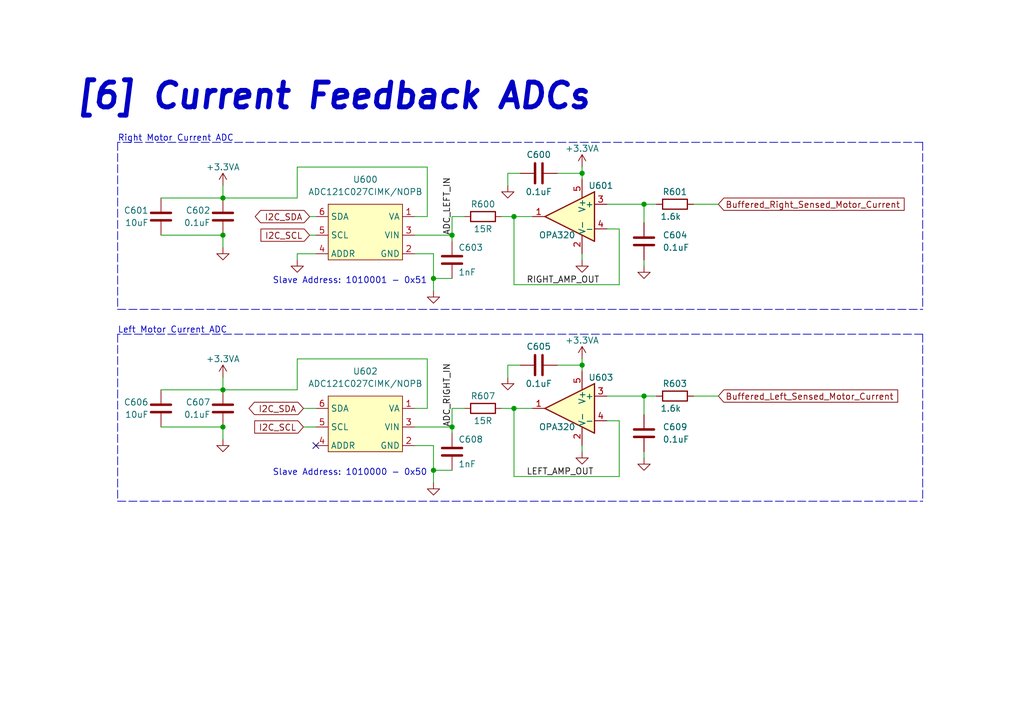
<source format=kicad_sch>
(kicad_sch (version 20231120) (generator "eeschema") (generator_version "8.0")
  (paper "A5")
  (lib_symbols
    (symbol "ADC121C027CIMK/NOPB_1"
      (property "Reference" "U" (at 0 0 0))
      (property "Value" "ADC121C027CIMK{slash}NOPB_1" (at 0 -13.97 0))
      (symbol "ADC121C027CIMK/NOPB_1_0_0"
        (pin power_in line (at -10.16 -3.81 0) (length 2.54) (name "VA") (number "1"))
        (pin power_in line (at -10.16 -11.43 0) (length 2.54) (name "GND") (number "2"))
        (pin input line (at -10.16 -7.62 0) (length 2.54) (name "VIN") (number "3"))
        (pin input line (at 10.16 -11.43 180) (length 2.54) (name "ADDR") (number "4"))
        (pin input line (at 10.16 -7.62 180) (length 2.54) (name "SCL") (number "5"))
        (pin bidirectional line (at 10.16 -3.81 180) (length 2.54) (name "SDA") (number "6"))
      )
      (symbol "ADC121C027CIMK/NOPB_1_0_1"
        (rectangle (start -7.62 -1.27) (end 7.62 -12.7) (fill (type background)))
      )
    )
    (symbol "Amplifier_Operational:OPA330xxDBV" (pin_names (offset 0.127))
      (property "Reference" "U" (at -1.27 6.35 0))
      (property "Value" "OPA330xxDBV" (at -1.27 3.81 0))
      (symbol "OPA330xxDBV_0_1"
        (polyline (pts (xy -5.08 5.08) (xy 5.08 0) (xy -5.08 -5.08) (xy -5.08 5.08)) (stroke (width 0.254)) (fill (type background)))
        (pin power_in line (at -2.54 -7.62 90) (length 3.81) (name "V-") (number "2"))
        (pin power_in line (at -2.54 7.62 270) (length 3.81) (name "V+") (number "5"))
      )
      (symbol "OPA330xxDBV_1_1"
        (pin output line (at 7.62 0 180) (length 2.54) (name "~") (number "1"))
        (pin input line (at -7.62 2.54 0) (length 2.54) (name "+") (number "3"))
        (pin input line (at -7.62 -2.54 0) (length 2.54) (name "-") (number "4"))
      )
    )
    (symbol "Device:C" (pin_numbers hide) (pin_names (offset 0.254))
      (property "Reference" "C" (at 0.635 2.54 0))
      (property "Value" "C" (at 0.635 -2.54 0))
      (symbol "C_0_1"
        (polyline (pts (xy -2.032 -0.762) (xy 2.032 -0.762)) (stroke (width 0.508)))
        (polyline (pts (xy -2.032 0.762) (xy 2.032 0.762)) (stroke (width 0.508)))
      )
      (symbol "C_1_1"
        (pin passive line (at 0 3.81 270) (length 2.794) (name "~") (number "1"))
        (pin passive line (at 0 -3.81 90) (length 2.794) (name "~") (number "2"))
      )
    )
    (symbol "Device:R" (pin_numbers hide) (pin_names (offset 0))
      (property "Reference" "R" (at 2.032 0 90))
      (property "Value" "R" (at 0 0 90))
      (symbol "R_0_1"
        (rectangle (start -1.016 -2.54) (end 1.016 2.54) (stroke (width 0.254)))
      )
      (symbol "R_1_1"
        (pin passive line (at 0 3.81 270) (length 1.27) (name "~") (number "1"))
        (pin passive line (at 0 -3.81 90) (length 1.27) (name "~") (number "2"))
      )
    )
    (symbol "power:+3.3VA" (power) (pin_names (offset 0))
      (property "Value" "+3.3VA" (at 0 3.556 0))
      (symbol "+3.3VA_0_1"
        (polyline (pts (xy -0.762 1.27) (xy 0 2.54)))
        (polyline (pts (xy 0 0) (xy 0 2.54)))
        (polyline (pts (xy 0 2.54) (xy 0.762 1.27)))
      )
      (symbol "+3.3VA_1_1"
        (pin power_in line (at 0 0 90) (length 0) hide (name "+3.3VA") (number "1"))
      )
    )
    (symbol "power:GND" (power) (pin_names (offset 0))
      (property "Value" "GND" (at 0 -3.81 0))
      (symbol "GND_0_1"
        (polyline (pts (xy 0 0) (xy 0 -1.27) (xy 1.27 -1.27) (xy 0 -2.54) (xy -1.27 -1.27) (xy 0 -1.27)))
      )
      (symbol "GND_1_1"
        (pin power_in line (at 0 0 270) (length 0) hide (name "GND") (number "1"))
      )
    )
  )
  (junction (at 45.72 48.26))
  (junction (at 45.72 87.63))
  (junction (at 45.72 40.64))
  (junction (at 88.9 96.52))
  (junction (at 119.38 35.56))
  (junction (at 92.71 48.26))
  (junction (at 92.71 87.63))
  (junction (at 119.38 74.93))
  (junction (at 105.41 44.45))
  (junction (at 45.72 80.01))
  (junction (at 132.08 81.28))
  (junction (at 88.9 57.15))
  (junction (at 132.08 41.91))
  (junction (at 105.41 83.82))
  (no_connect (at 64.77 91.44))
  (wire (pts (xy 119.38 91.44) (xy 119.38 92.71)))
  (wire (pts (xy 85.09 91.44) (xy 88.9 91.44)))
  (wire (pts (xy 127 46.99) (xy 127 58.42)))
  (polyline (pts (xy 189.23 68.58) (xy 24.13 68.58)) (stroke (width 0) (type dash)))
  (polyline (pts (xy 189.23 29.21) (xy 189.23 63.5)) (stroke (width 0) (type dash)))
  (wire (pts (xy 92.71 48.26) (xy 85.09 48.26)))
  (wire (pts (xy 64.77 52.07) (xy 60.96 52.07)))
  (wire (pts (xy 105.41 44.45) (xy 109.22 44.45)))
  (wire (pts (xy 64.77 44.45) (xy 63.5 44.45)))
  (polyline (pts (xy 24.13 68.58) (xy 24.13 102.87)) (stroke (width 0) (type dash)))
  (wire (pts (xy 119.38 73.66) (xy 119.38 74.93)))
  (wire (pts (xy 33.02 87.63) (xy 45.72 87.63)))
  (wire (pts (xy 102.87 44.45) (xy 105.41 44.45)))
  (wire (pts (xy 102.87 83.82) (xy 105.41 83.82)))
  (wire (pts (xy 45.72 38.1) (xy 45.72 40.64)))
  (wire (pts (xy 119.38 35.56) (xy 119.38 36.83)))
  (wire (pts (xy 88.9 57.15) (xy 92.71 57.15)))
  (wire (pts (xy 95.25 44.45) (xy 92.71 44.45)))
  (wire (pts (xy 64.77 87.63) (xy 62.23 87.63)))
  (polyline (pts (xy 189.23 29.21) (xy 24.13 29.21)) (stroke (width 0) (type dash)))
  (wire (pts (xy 60.96 52.07) (xy 60.96 53.34)))
  (wire (pts (xy 104.14 35.56) (xy 104.14 38.1)))
  (polyline (pts (xy 24.13 63.5) (xy 189.23 63.5)) (stroke (width 0) (type dash)))
  (wire (pts (xy 33.02 40.64) (xy 45.72 40.64)))
  (wire (pts (xy 132.08 81.28) (xy 134.62 81.28)))
  (wire (pts (xy 85.09 52.07) (xy 88.9 52.07)))
  (wire (pts (xy 127 58.42) (xy 105.41 58.42)))
  (wire (pts (xy 114.3 35.56) (xy 119.38 35.56)))
  (wire (pts (xy 85.09 44.45) (xy 87.63 44.45)))
  (wire (pts (xy 104.14 74.93) (xy 104.14 77.47)))
  (wire (pts (xy 45.72 40.64) (xy 60.96 40.64)))
  (wire (pts (xy 132.08 92.71) (xy 132.08 93.98)))
  (polyline (pts (xy 24.13 29.21) (xy 24.13 63.5)) (stroke (width 0) (type dash)))
  (wire (pts (xy 85.09 83.82) (xy 87.63 83.82)))
  (wire (pts (xy 60.96 34.29) (xy 60.96 40.64)))
  (wire (pts (xy 132.08 85.09) (xy 132.08 81.28)))
  (polyline (pts (xy 189.23 68.58) (xy 189.23 102.87)) (stroke (width 0) (type dash)))
  (wire (pts (xy 88.9 52.07) (xy 88.9 57.15)))
  (wire (pts (xy 92.71 48.26) (xy 92.71 49.53)))
  (wire (pts (xy 45.72 87.63) (xy 45.72 90.17)))
  (wire (pts (xy 87.63 44.45) (xy 87.63 34.29)))
  (wire (pts (xy 106.68 35.56) (xy 104.14 35.56)))
  (wire (pts (xy 132.08 53.34) (xy 132.08 54.61)))
  (wire (pts (xy 88.9 57.15) (xy 88.9 59.69)))
  (wire (pts (xy 124.46 81.28) (xy 132.08 81.28)))
  (wire (pts (xy 132.08 41.91) (xy 134.62 41.91)))
  (wire (pts (xy 33.02 48.26) (xy 45.72 48.26)))
  (wire (pts (xy 88.9 91.44) (xy 88.9 96.52)))
  (wire (pts (xy 119.38 74.93) (xy 119.38 76.2)))
  (wire (pts (xy 92.71 87.63) (xy 85.09 87.63)))
  (wire (pts (xy 92.71 83.82) (xy 92.71 87.63)))
  (wire (pts (xy 64.77 83.82) (xy 62.23 83.82)))
  (wire (pts (xy 106.68 74.93) (xy 104.14 74.93)))
  (wire (pts (xy 87.63 73.66) (xy 60.96 73.66)))
  (wire (pts (xy 88.9 96.52) (xy 92.71 96.52)))
  (polyline (pts (xy 24.13 102.87) (xy 189.23 102.87)) (stroke (width 0) (type dash)))
  (wire (pts (xy 124.46 46.99) (xy 127 46.99)))
  (wire (pts (xy 127 97.79) (xy 105.41 97.79)))
  (wire (pts (xy 87.63 34.29) (xy 60.96 34.29)))
  (wire (pts (xy 105.41 97.79) (xy 105.41 83.82)))
  (wire (pts (xy 95.25 83.82) (xy 92.71 83.82)))
  (wire (pts (xy 142.24 41.91) (xy 147.32 41.91)))
  (wire (pts (xy 132.08 45.72) (xy 132.08 41.91)))
  (wire (pts (xy 60.96 73.66) (xy 60.96 80.01)))
  (wire (pts (xy 105.41 83.82) (xy 109.22 83.82)))
  (wire (pts (xy 119.38 34.29) (xy 119.38 35.56)))
  (wire (pts (xy 92.71 44.45) (xy 92.71 48.26)))
  (wire (pts (xy 64.77 48.26) (xy 63.5 48.26)))
  (wire (pts (xy 45.72 77.47) (xy 45.72 80.01)))
  (wire (pts (xy 124.46 41.91) (xy 132.08 41.91)))
  (wire (pts (xy 124.46 86.36) (xy 127 86.36)))
  (wire (pts (xy 105.41 58.42) (xy 105.41 44.45)))
  (wire (pts (xy 114.3 74.93) (xy 119.38 74.93)))
  (wire (pts (xy 87.63 83.82) (xy 87.63 73.66)))
  (wire (pts (xy 127 86.36) (xy 127 97.79)))
  (wire (pts (xy 119.38 52.07) (xy 119.38 53.34)))
  (wire (pts (xy 142.24 81.28) (xy 147.32 81.28)))
  (wire (pts (xy 88.9 96.52) (xy 88.9 99.06)))
  (wire (pts (xy 33.02 80.01) (xy 45.72 80.01)))
  (wire (pts (xy 45.72 80.01) (xy 60.96 80.01)))
  (wire (pts (xy 92.71 87.63) (xy 92.71 88.9)))
  (wire (pts (xy 45.72 48.26) (xy 45.72 50.8)))
  (text "Right Motor Current ADC" (at 24.13 29.21 0) (effects (font (size 1.27 1.27)) (justify left bottom)))
  (text "Left Motor Current ADC" (at 24.13 68.58 0) (effects (font (size 1.27 1.27)) (justify left bottom)))
  (text "Slave Address: 1010001 - 0x51" (at 55.88 58.42 0) (effects (font (size 1.27 1.27)) (justify left bottom)))
  (text "[6] Current Feedback ADCs" (at 15.24 22.86 0) (effects (font (size 5.08 5.08) (thickness 1.016) (bold yes) (italic yes)) (justify left bottom)))
  (text "Slave Address: 1010000 - 0x50" (at 55.88 97.79 0) (effects (font (size 1.27 1.27)) (justify left bottom)))
  (label "LEFT_AMP_OUT" (at 107.95 97.79 0))
  (label "RIGHT_AMP_OUT" (at 107.95 58.42 0))
  (label "ADC_RIGHT_IN" (at 92.71 87.63 90))
  (label "ADC_LEFT_IN" (at 92.71 48.26 90))
  (global_label "I2C_SCL" (shape input) (at 63.5 48.26 180) (property "Intersheetrefs" "${INTERSHEET_REFS}" (effects (hide yes))))
  (global_label "I2C_SDA" (shape bidirectional) (at 62.23 83.82 180) (property "Intersheetrefs" "${INTERSHEET_REFS}" (effects (hide yes))))
  (global_label "Buffered_Right_Sensed_Motor_Current" (shape input) (at 147.32 41.91 0) (property "Intersheetrefs" "${INTERSHEET_REFS}" (effects (hide yes))))
  (global_label "Buffered_Left_Sensed_Motor_Current" (shape input) (at 147.32 81.28 0) (property "Intersheetrefs" "${INTERSHEET_REFS}" (effects (hide yes))))
  (global_label "I2C_SCL" (shape input) (at 62.23 87.63 180) (property "Intersheetrefs" "${INTERSHEET_REFS}" (effects (hide yes))))
  (global_label "I2C_SDA" (shape bidirectional) (at 63.5 44.45 180) (property "Intersheetrefs" "${INTERSHEET_REFS}" (effects (hide yes))))
  (symbol (lib_id "power:GND") (at 119.38 92.71 0) (unit 1)
    (property "Reference" "#PWR0193" (effects (hide yes)))
    (property "Value" "GND" (effects (hide yes)))
  )
  (symbol (lib_id "Device:R") (at 138.43 41.91 90) (unit 1)
    (property "Reference" "R601" (at 140.97 39.37 90) (effects (justify left)))
    (property "Value" "1.6k" (at 139.7 44.45 90) (effects (justify left)))
    (property "Footprint" "Resistor_SMD:R_0603_1608Metric" (effects (hide yes)))
  )
  (symbol (lib_id "power:GND") (at 88.9 99.06 0) (mirror y) (unit 1)
    (property "Reference" "#PWR0199" (effects (hide yes)))
    (property "Value" "GND" (effects (hide yes)))
  )
  (symbol (lib_id "Device:C") (at 45.72 44.45 0) (mirror y) (unit 1)
    (property "Reference" "C602" (at 43.18 43.18 0) (effects (justify left)))
    (property "Value" "0.1uF" (at 43.18 45.72 0) (effects (justify left)))
    (property "Footprint" "Capacitor_SMD:C_0402_1005Metric" (effects (hide yes)))
  )
  (symbol (lib_id "Device:C") (at 132.08 88.9 180) (unit 1)
    (property "Reference" "C609" (at 135.89 87.6299 0) (effects (justify right)))
    (property "Value" "0.1uF" (at 135.89 90.1699 0) (effects (justify right)))
    (property "Footprint" "Capacitor_SMD:C_0603_1608Metric" (effects (hide yes)))
  )
  (symbol (lib_id "power:GND") (at 104.14 77.47 0) (mirror y) (unit 1)
    (property "Reference" "#PWR0192" (effects (hide yes)))
    (property "Value" "GND" (effects (hide yes)))
  )
  (symbol (lib_id "Amplifier_Operational:OPA330xxDBV") (at 116.84 44.45 0) (mirror y) (unit 1)
    (property "Reference" "U601" (at 120.65 38.1 0) (effects (justify right)))
    (property "Value" "OPA320" (at 110.49 48.26 0) (effects (justify right)))
    (property "Footprint" "Package_TO_SOT_SMD:SOT-23-5" (effects (hide yes)))
    (property "Datasheet" "http://www.ti.com/lit/ds/symlink/opa330.pdf" (effects (hide yes)))
  )
  (symbol (lib_id "Device:C") (at 110.49 35.56 90) (unit 1)
    (property "Reference" "C600" (at 110.49 31.75 90))
    (property "Value" "0.1uF" (at 110.49 39.37 90))
    (property "Footprint" "Capacitor_SMD:C_0402_1005Metric" (effects (hide yes)))
  )
  (symbol (lib_id "power:+3.3VA") (at 119.38 73.66 0) (unit 1)
    (property "Reference" "#PWR0191" (effects (hide yes)))
    (property "Value" "+3.3VA" (at 119.38 69.85 0))
  )
  (symbol (lib_id "Device:C") (at 110.49 74.93 90) (unit 1)
    (property "Reference" "C605" (at 110.49 71.12 90))
    (property "Value" "0.1uF" (at 110.49 78.74 90))
    (property "Footprint" "Capacitor_SMD:C_0402_1005Metric" (effects (hide yes)))
  )
  (symbol (lib_id "Device:C") (at 33.02 44.45 0) (mirror y) (unit 1)
    (property "Reference" "C601" (at 30.48 43.18 0) (effects (justify left)))
    (property "Value" "10uF" (at 30.48 45.72 0) (effects (justify left)))
    (property "Footprint" "Capacitor_SMD:C_0402_1005Metric" (effects (hide yes)))
  )
  (symbol (lib_id "power:GND") (at 45.72 90.17 0) (mirror y) (unit 1)
    (property "Reference" "#PWR0186" (effects (hide yes)))
    (property "Value" "GND" (effects (hide yes)))
  )
  (symbol (lib_id "power:GND") (at 45.72 50.8 0) (mirror y) (unit 1)
    (property "Reference" "#PWR0188" (effects (hide yes)))
    (property "Value" "GND" (effects (hide yes)))
  )
  (symbol (lib_id "power:+3.3VA") (at 45.72 38.1 0) (unit 1)
    (property "Reference" "#PWR0197" (effects (hide yes)))
    (property "Value" "+3.3VA" (at 45.72 34.29 0))
  )
  (symbol (lib_id "Device:C") (at 92.71 92.71 0) (unit 1)
    (property "Reference" "C608" (at 93.98 90.17 0) (effects (justify left)))
    (property "Value" "1nF" (at 93.98 95.25 0) (effects (justify left)))
    (property "Footprint" "Capacitor_SMD:C_0402_1005Metric" (effects (hide yes)))
  )
  (symbol (lib_id "power:+3.3VA") (at 45.72 77.47 0) (unit 1)
    (property "Reference" "#PWR0187" (effects (hide yes)))
    (property "Value" "+3.3VA" (at 45.72 73.66 0))
  )
  (symbol (lib_id "power:GND") (at 88.9 59.69 0) (mirror y) (unit 1)
    (property "Reference" "#PWR0200" (effects (hide yes)))
    (property "Value" "GND" (effects (hide yes)))
  )
  (symbol (lib_id "power:GND") (at 132.08 93.98 0) (unit 1)
    (property "Reference" "#PWR0198" (effects (hide yes)))
    (property "Value" "GND" (effects (hide yes)))
  )
  (symbol (lib_id "Device:R") (at 99.06 44.45 90) (unit 1)
    (property "Reference" "R600" (at 99.06 41.91 90))
    (property "Value" "15R" (at 99.06 46.99 90))
    (property "Footprint" "Resistor_SMD:R_0402_1005Metric" (effects (hide yes)))
  )
  (symbol (lib_id "power:GND") (at 132.08 54.61 0) (unit 1)
    (property "Reference" "#PWR0196" (effects (hide yes)))
    (property "Value" "GND" (effects (hide yes)))
  )
  (symbol (lib_id "Device:C") (at 92.71 53.34 0) (unit 1)
    (property "Reference" "C603" (at 93.98 50.8 0) (effects (justify left)))
    (property "Value" "1nF" (at 93.98 55.88 0) (effects (justify left)))
    (property "Footprint" "Capacitor_SMD:C_0402_1005Metric" (effects (hide yes)))
  )
  (symbol (lib_id "power:GND") (at 60.96 53.34 0) (unit 1)
    (property "Reference" "#PWR0189" (effects (hide yes)))
    (property "Value" "GND" (effects (hide yes)))
  )
  (symbol (lib_id "power:+3.3VA") (at 119.38 34.29 0) (unit 1)
    (property "Reference" "#PWR0195" (effects (hide yes)))
    (property "Value" "+3.3VA" (at 119.38 30.48 0))
  )
  (symbol (lib_id "Device:C") (at 33.02 83.82 0) (mirror y) (unit 1)
    (property "Reference" "C606" (at 30.48 82.55 0) (effects (justify left)))
    (property "Value" "10uF" (at 30.48 85.09 0) (effects (justify left)))
    (property "Footprint" "Capacitor_SMD:C_0402_1005Metric" (effects (hide yes)))
  )
  (symbol (lib_id "Device:C") (at 45.72 83.82 0) (mirror y) (unit 1)
    (property "Reference" "C607" (at 43.18 82.55 0) (effects (justify left)))
    (property "Value" "0.1uF" (at 43.18 85.09 0) (effects (justify left)))
    (property "Footprint" "Capacitor_SMD:C_0402_1005Metric" (effects (hide yes)))
  )
  (symbol (lib_id "power:GND") (at 119.38 53.34 0) (unit 1)
    (property "Reference" "#PWR0190" (effects (hide yes)))
    (property "Value" "GND" (effects (hide yes)))
  )
  (symbol (lib_id "Device:R") (at 138.43 81.28 90) (unit 1)
    (property "Reference" "R603" (at 140.97 78.74 90) (effects (justify left)))
    (property "Value" "1.6k" (at 139.7 83.82 90) (effects (justify left)))
    (property "Footprint" "Resistor_SMD:R_0603_1608Metric" (effects (hide yes)))
  )
  (symbol (lib_name "ADC121C027CIMK/NOPB_1") (lib_id "Ghanis_Symbols_KiCad6:ADC121C027CIMK/NOPB") (at 74.93 40.64 0) (mirror y) (unit 1)
    (property "Reference" "U600" (at 74.93 36.83 0))
    (property "Value" "ADC121C027CIMK/NOPB" (at 74.93 39.37 0))
    (property "Footprint" "Package_TO_SOT_SMD:TSOT-23-6" (effects (hide yes)))
  )
  (symbol (lib_id "Amplifier_Operational:OPA330xxDBV") (at 116.84 83.82 0) (mirror y) (unit 1)
    (property "Reference" "U603" (at 120.65 77.47 0) (effects (justify right)))
    (property "Value" "OPA320" (at 110.49 87.63 0) (effects (justify right)))
    (property "Footprint" "Package_TO_SOT_SMD:SOT-23-5" (effects (hide yes)))
    (property "Datasheet" "http://www.ti.com/lit/ds/symlink/opa330.pdf" (effects (hide yes)))
  )
  (symbol (lib_id "Device:C") (at 132.08 49.53 180) (unit 1)
    (property "Reference" "C604" (at 135.89 48.2599 0) (effects (justify right)))
    (property "Value" "0.1uF" (at 135.89 50.7999 0) (effects (justify right)))
    (property "Footprint" "Capacitor_SMD:C_0603_1608Metric" (effects (hide yes)))
  )
  (symbol (lib_id "Device:R") (at 99.06 83.82 90) (unit 1)
    (property "Reference" "R607" (at 99.06 81.28 90))
    (property "Value" "15R" (at 99.06 86.36 90))
    (property "Footprint" "Resistor_SMD:R_0402_1005Metric" (effects (hide yes)))
  )
  (symbol (lib_id "power:GND") (at 104.14 38.1 0) (mirror y) (unit 1)
    (property "Reference" "#PWR0194" (effects (hide yes)))
    (property "Value" "GND" (effects (hide yes)))
  )
  (symbol (lib_name "ADC121C027CIMK/NOPB_1") (lib_id "Ghanis_Symbols_KiCad6:ADC121C027CIMK/NOPB") (at 74.93 80.01 0) (mirror y) (unit 1)
    (property "Reference" "U602" (at 74.93 76.2 0))
    (property "Value" "ADC121C027CIMK/NOPB" (at 74.93 78.74 0))
    (property "Footprint" "Package_TO_SOT_SMD:TSOT-23-6" (effects (hide yes)))
  )
)
</source>
